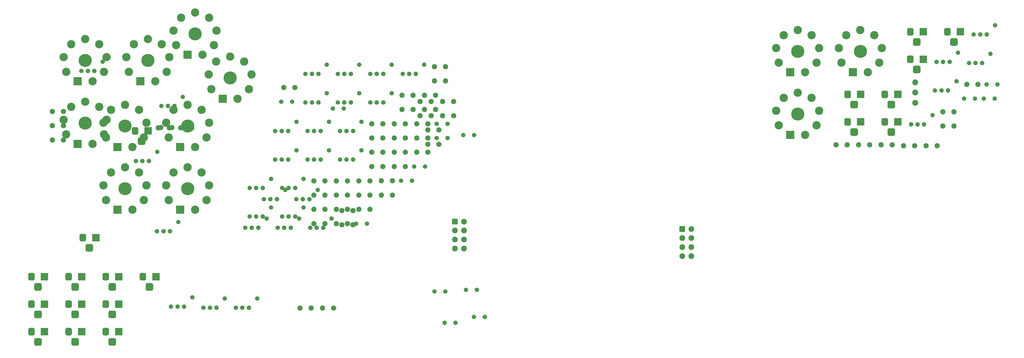
<source format=gbr>
%TF.GenerationSoftware,KiCad,Pcbnew,(5.1.6)-1*%
%TF.CreationDate,2020-08-01T01:01:07+01:00*%
%TF.ProjectId,SSEMD,5353454d-442e-46b6-9963-61645f706362,rev?*%
%TF.SameCoordinates,Original*%
%TF.FileFunction,Copper,L2,Bot*%
%TF.FilePolarity,Positive*%
%FSLAX46Y46*%
G04 Gerber Fmt 4.6, Leading zero omitted, Abs format (unit mm)*
G04 Created by KiCad (PCBNEW (5.1.6)-1) date 2020-08-01 01:01:07*
%MOMM*%
%LPD*%
G01*
G04 APERTURE LIST*
%TA.AperFunction,ComponentPad*%
%ADD10C,2.640000*%
%TD*%
%TA.AperFunction,ComponentPad*%
%ADD11C,3.810000*%
%TD*%
%TA.AperFunction,ComponentPad*%
%ADD12C,6.000000*%
%TD*%
%TA.AperFunction,ComponentPad*%
%ADD13R,3.810000X3.810000*%
%TD*%
%TA.AperFunction,ComponentPad*%
%ADD14C,2.700000*%
%TD*%
%TA.AperFunction,ComponentPad*%
%ADD15O,2.400000X2.400000*%
%TD*%
%TA.AperFunction,ComponentPad*%
%ADD16C,2.400000*%
%TD*%
%TA.AperFunction,ComponentPad*%
%ADD17R,3.500000X3.500000*%
%TD*%
%TA.AperFunction,ComponentPad*%
%ADD18C,2.000000*%
%TD*%
%TA.AperFunction,ComponentPad*%
%ADD19C,2.030000*%
%TD*%
G04 APERTURE END LIST*
D10*
%TO.P,J-CTRLGATE-20,8*%
%TO.N,/CTRLGATE/GND*%
X24460000Y-360400000D03*
%TO.P,J-CTRLGATE-20,7*%
%TO.N,N/C*%
X24460000Y-356260000D03*
%TO.P,J-CTRLGATE-20,6*%
%TO.N,/CTRLGATE/+50V*%
X24460000Y-352120000D03*
%TO.P,J-CTRLGATE-20,5*%
%TO.N,/CTRLGATE/-150V*%
X24460000Y-347980000D03*
%TO.P,J-CTRLGATE-20,4*%
%TO.N,/CTRLGATE/+300V*%
X20320000Y-360400000D03*
%TO.P,J-CTRLGATE-20,3*%
%TO.N,/CTRLGATE/+200V*%
X20320000Y-356260000D03*
%TO.P,J-CTRLGATE-20,2*%
%TO.N,/CTRLGATE/Heater-6.3V*%
X20320000Y-352120000D03*
%TO.P,J-CTRLGATE-20,1*%
%TO.N,/CTRLGATE/Heater-GND*%
%TA.AperFunction,ComponentPad*%
G36*
G01*
X19000000Y-349050000D02*
X19000000Y-346910000D01*
G75*
G02*
X19250000Y-346660000I250000J0D01*
G01*
X21390000Y-346660000D01*
G75*
G02*
X21640000Y-346910000I0J-250000D01*
G01*
X21640000Y-349050000D01*
G75*
G02*
X21390000Y-349300000I-250000J0D01*
G01*
X19250000Y-349300000D01*
G75*
G02*
X19000000Y-349050000I0J250000D01*
G01*
G37*
%TD.AperFunction*%
%TD*%
%TO.P,J-ADDER1-20,8*%
%TO.N,Earth*%
X-79934000Y-356971000D03*
%TO.P,J-ADDER1-20,7*%
%TO.N,N/C*%
X-79934000Y-352831000D03*
%TO.P,J-ADDER1-20,6*%
%TO.N,+50V*%
X-79934000Y-348691000D03*
%TO.P,J-ADDER1-20,5*%
%TO.N,-150V*%
X-79934000Y-344551000D03*
%TO.P,J-ADDER1-20,4*%
%TO.N,+300V*%
X-84074000Y-356971000D03*
%TO.P,J-ADDER1-20,3*%
%TO.N,+200V*%
X-84074000Y-352831000D03*
%TO.P,J-ADDER1-20,2*%
%TO.N,Heater-6.3V*%
X-84074000Y-348691000D03*
%TO.P,J-ADDER1-20,1*%
%TO.N,Heater-GND*%
%TA.AperFunction,ComponentPad*%
G36*
G01*
X-85394000Y-345621000D02*
X-85394000Y-343481000D01*
G75*
G02*
X-85144000Y-343231000I250000J0D01*
G01*
X-83004000Y-343231000D01*
G75*
G02*
X-82754000Y-343481000I0J-250000D01*
G01*
X-82754000Y-345621000D01*
G75*
G02*
X-83004000Y-345871000I-250000J0D01*
G01*
X-85144000Y-345871000D01*
G75*
G02*
X-85394000Y-345621000I0J250000D01*
G01*
G37*
%TD.AperFunction*%
%TD*%
D11*
%TO.P,V-CTRLGATE-2,8*%
%TO.N,N/C*%
X81968770Y-271560116D03*
%TO.P,V-CTRLGATE-2,7*%
X83156594Y-264823634D03*
%TO.P,V-CTRLGATE-2,6*%
X79736392Y-258899672D03*
%TO.P,V-CTRLGATE-2,5*%
X73308516Y-256560116D03*
%TO.P,V-CTRLGATE-2,4*%
X66880640Y-258899672D03*
%TO.P,V-CTRLGATE-2,3*%
X63460438Y-264823634D03*
%TO.P,V-CTRLGATE-2,2*%
X64648262Y-271560116D03*
%TO.P,V-CTRLGATE-2,9*%
%TO.N,/CTRLGATE/Heater-6.3V*%
X76728717Y-275957042D03*
D12*
%TO.P,V-CTRLGATE-2,*%
%TO.N,*%
X73333916Y-266356916D03*
D13*
%TO.P,V-CTRLGATE-2,1*%
%TO.N,/CTRLGATE/Heater-GND*%
X69888315Y-275957042D03*
%TD*%
D11*
%TO.P,V-CTRLGATE-1,8*%
%TO.N,N/C*%
X81968770Y-300330116D03*
%TO.P,V-CTRLGATE-1,7*%
%TO.N,Net-(R-CTRLGATE-4-Pad1)*%
X83156594Y-293593634D03*
%TO.P,V-CTRLGATE-1,6*%
%TO.N,/CTRLGATE/GND*%
X79736392Y-287669672D03*
%TO.P,V-CTRLGATE-1,5*%
%TO.N,N/C*%
X73308516Y-285330116D03*
%TO.P,V-CTRLGATE-1,4*%
%TO.N,Net-(R-CTRLGATE-3-Pad1)*%
X66880640Y-287669672D03*
%TO.P,V-CTRLGATE-1,3*%
%TO.N,Net-(C-CTRLGATE-1-Pad1)*%
X63460438Y-293593634D03*
%TO.P,V-CTRLGATE-1,2*%
%TO.N,Net-(C-CTRLGATE-3-Pad1)*%
X64648262Y-300330116D03*
%TO.P,V-CTRLGATE-1,9*%
%TO.N,/CTRLGATE/Heater-6.3V*%
X76728717Y-304727042D03*
D12*
%TO.P,V-CTRLGATE-1,*%
%TO.N,*%
X73333916Y-295126916D03*
D13*
%TO.P,V-CTRLGATE-1,1*%
%TO.N,/CTRLGATE/Heater-GND*%
X69888315Y-304727042D03*
%TD*%
D11*
%TO.P,V1,8*%
%TO.N,N/C*%
X110738770Y-271560116D03*
%TO.P,V1,7*%
%TO.N,Net-(R-CTRLGATE-7-Pad1)*%
X111926594Y-264823634D03*
%TO.P,V1,6*%
%TO.N,Net-(J-CTRLGATE-5-Pad1)*%
X108506392Y-258899672D03*
%TO.P,V1,5*%
%TO.N,N/C*%
X102078516Y-256560116D03*
%TO.P,V1,4*%
%TO.N,/CTRLGATE/+200V*%
X95650640Y-258899672D03*
%TO.P,V1,3*%
X92230438Y-264823634D03*
%TO.P,V1,2*%
X93418262Y-271560116D03*
%TO.P,V1,9*%
%TO.N,N/C*%
X105498717Y-275957042D03*
D12*
%TO.P,V1,*%
%TO.N,*%
X102103916Y-266356916D03*
D13*
%TO.P,V1,1*%
%TO.N,N/C*%
X98658315Y-275957042D03*
%TD*%
D14*
%TO.P,SW-CTRLGATE-1,3*%
%TO.N,Net-(J-CTRLGATE-7-Pad1)*%
X127318000Y-280581000D03*
%TO.P,SW-CTRLGATE-1,2*%
%TO.N,Net-(J-CTRLGATE-2-Pad1)*%
X127318000Y-285281000D03*
%TO.P,SW-CTRLGATE-1,1*%
%TO.N,Net-(J-CTRLGATE-6-Pad1)*%
X127318000Y-289981000D03*
%TD*%
D15*
%TO.P,R-CTRLGATE-8,2*%
%TO.N,Net-(J-CTRLGATE-5-Pad1)*%
X106403000Y-309276000D03*
D16*
%TO.P,R-CTRLGATE-8,1*%
%TO.N,/CTRLGATE/-150V*%
X101323000Y-309276000D03*
%TD*%
D15*
%TO.P,R-CTRLGATE-7,2*%
%TO.N,Net-(C-CTRLGATE-2-Pad1)*%
X116733000Y-309276000D03*
D16*
%TO.P,R-CTRLGATE-7,1*%
%TO.N,Net-(R-CTRLGATE-7-Pad1)*%
X111653000Y-309276000D03*
%TD*%
D15*
%TO.P,R-CTRLGATE-6,2*%
%TO.N,Net-(D-CTRLGATE-6-Pad4)*%
X127063000Y-309726000D03*
D16*
%TO.P,R-CTRLGATE-6,1*%
%TO.N,Net-(J-CTRLGATE-4-Pad1)*%
X121983000Y-309726000D03*
%TD*%
D15*
%TO.P,R-CTRLGATE-5,2*%
%TO.N,/CTRLGATE/+300V*%
X96073000Y-309276000D03*
D16*
%TO.P,R-CTRLGATE-5,1*%
%TO.N,Net-(C-CTRLGATE-3-Pad1)*%
X90993000Y-309276000D03*
%TD*%
D15*
%TO.P,R-CTRLGATE-4,2*%
%TO.N,Net-(D-CTRLGATE-1-Pad4)*%
X145063000Y-300666000D03*
D16*
%TO.P,R-CTRLGATE-4,1*%
%TO.N,Net-(R-CTRLGATE-4-Pad1)*%
X139983000Y-300666000D03*
%TD*%
D15*
%TO.P,R-CTRLGATE-3,2*%
%TO.N,Net-(J-CTRLGATE-1-Pad1)*%
X137393000Y-309726000D03*
D16*
%TO.P,R-CTRLGATE-3,1*%
%TO.N,Net-(R-CTRLGATE-3-Pad1)*%
X132313000Y-309726000D03*
%TD*%
D15*
%TO.P,R-CTRLGATE-2,2*%
%TO.N,Net-(J-CTRLGATE-2-Pad1)*%
X145063000Y-294116000D03*
D16*
%TO.P,R-CTRLGATE-2,1*%
%TO.N,Net-(D-CTRLGATE-1-Pad4)*%
X139983000Y-294116000D03*
%TD*%
D15*
%TO.P,R-CTRLGATE-1,2*%
%TO.N,Net-(C-CTRLGATE-1-Pad1)*%
X156063000Y-281486000D03*
D16*
%TO.P,R-CTRLGATE-1,1*%
%TO.N,/CTRLGATE/+300V*%
X150983000Y-281486000D03*
%TD*%
%TO.P,J-CTRLGATE-7,3*%
%TO.N,N/C*%
%TA.AperFunction,ComponentPad*%
G36*
G01*
X114543000Y-304306000D02*
X114543000Y-302556000D01*
G75*
G02*
X115418000Y-301681000I875000J0D01*
G01*
X117168000Y-301681000D01*
G75*
G02*
X118043000Y-302556000I0J-875000D01*
G01*
X118043000Y-304306000D01*
G75*
G02*
X117168000Y-305181000I-875000J0D01*
G01*
X115418000Y-305181000D01*
G75*
G02*
X114543000Y-304306000I0J875000D01*
G01*
G37*
%TD.AperFunction*%
%TO.P,J-CTRLGATE-7,2*%
%TO.N,/CTRLGATE/GND*%
%TA.AperFunction,ComponentPad*%
G36*
G01*
X111793000Y-299731000D02*
X111793000Y-297731000D01*
G75*
G02*
X112543000Y-296981000I750000J0D01*
G01*
X114043000Y-296981000D01*
G75*
G02*
X114793000Y-297731000I0J-750000D01*
G01*
X114793000Y-299731000D01*
G75*
G02*
X114043000Y-300481000I-750000J0D01*
G01*
X112543000Y-300481000D01*
G75*
G02*
X111793000Y-299731000I0J750000D01*
G01*
G37*
%TD.AperFunction*%
D17*
%TO.P,J-CTRLGATE-7,1*%
%TO.N,Net-(J-CTRLGATE-7-Pad1)*%
X119293000Y-298731000D03*
%TD*%
%TO.P,J-CTRLGATE-6,3*%
%TO.N,N/C*%
%TA.AperFunction,ComponentPad*%
G36*
G01*
X114543000Y-291676000D02*
X114543000Y-289926000D01*
G75*
G02*
X115418000Y-289051000I875000J0D01*
G01*
X117168000Y-289051000D01*
G75*
G02*
X118043000Y-289926000I0J-875000D01*
G01*
X118043000Y-291676000D01*
G75*
G02*
X117168000Y-292551000I-875000J0D01*
G01*
X115418000Y-292551000D01*
G75*
G02*
X114543000Y-291676000I0J875000D01*
G01*
G37*
%TD.AperFunction*%
%TO.P,J-CTRLGATE-6,2*%
%TO.N,/CTRLGATE/GND*%
%TA.AperFunction,ComponentPad*%
G36*
G01*
X111793000Y-287101000D02*
X111793000Y-285101000D01*
G75*
G02*
X112543000Y-284351000I750000J0D01*
G01*
X114043000Y-284351000D01*
G75*
G02*
X114793000Y-285101000I0J-750000D01*
G01*
X114793000Y-287101000D01*
G75*
G02*
X114043000Y-287851000I-750000J0D01*
G01*
X112543000Y-287851000D01*
G75*
G02*
X111793000Y-287101000I0J750000D01*
G01*
G37*
%TD.AperFunction*%
%TO.P,J-CTRLGATE-6,1*%
%TO.N,Net-(J-CTRLGATE-6-Pad1)*%
X119293000Y-286101000D03*
%TD*%
%TO.P,J-CTRLGATE-5,3*%
%TO.N,N/C*%
%TA.AperFunction,ComponentPad*%
G36*
G01*
X97493000Y-304306000D02*
X97493000Y-302556000D01*
G75*
G02*
X98368000Y-301681000I875000J0D01*
G01*
X100118000Y-301681000D01*
G75*
G02*
X100993000Y-302556000I0J-875000D01*
G01*
X100993000Y-304306000D01*
G75*
G02*
X100118000Y-305181000I-875000J0D01*
G01*
X98368000Y-305181000D01*
G75*
G02*
X97493000Y-304306000I0J875000D01*
G01*
G37*
%TD.AperFunction*%
%TO.P,J-CTRLGATE-5,2*%
%TO.N,/CTRLGATE/GND*%
%TA.AperFunction,ComponentPad*%
G36*
G01*
X94743000Y-299731000D02*
X94743000Y-297731000D01*
G75*
G02*
X95493000Y-296981000I750000J0D01*
G01*
X96993000Y-296981000D01*
G75*
G02*
X97743000Y-297731000I0J-750000D01*
G01*
X97743000Y-299731000D01*
G75*
G02*
X96993000Y-300481000I-750000J0D01*
G01*
X95493000Y-300481000D01*
G75*
G02*
X94743000Y-299731000I0J750000D01*
G01*
G37*
%TD.AperFunction*%
%TO.P,J-CTRLGATE-5,1*%
%TO.N,Net-(J-CTRLGATE-5-Pad1)*%
X102243000Y-298731000D03*
%TD*%
%TO.P,J-CTRLGATE-4,3*%
%TO.N,N/C*%
%TA.AperFunction,ComponentPad*%
G36*
G01*
X126263000Y-262906000D02*
X126263000Y-261156000D01*
G75*
G02*
X127138000Y-260281000I875000J0D01*
G01*
X128888000Y-260281000D01*
G75*
G02*
X129763000Y-261156000I0J-875000D01*
G01*
X129763000Y-262906000D01*
G75*
G02*
X128888000Y-263781000I-875000J0D01*
G01*
X127138000Y-263781000D01*
G75*
G02*
X126263000Y-262906000I0J875000D01*
G01*
G37*
%TD.AperFunction*%
%TO.P,J-CTRLGATE-4,2*%
%TO.N,/CTRLGATE/GND*%
%TA.AperFunction,ComponentPad*%
G36*
G01*
X123513000Y-258331000D02*
X123513000Y-256331000D01*
G75*
G02*
X124263000Y-255581000I750000J0D01*
G01*
X125763000Y-255581000D01*
G75*
G02*
X126513000Y-256331000I0J-750000D01*
G01*
X126513000Y-258331000D01*
G75*
G02*
X125763000Y-259081000I-750000J0D01*
G01*
X124263000Y-259081000D01*
G75*
G02*
X123513000Y-258331000I0J750000D01*
G01*
G37*
%TD.AperFunction*%
%TO.P,J-CTRLGATE-4,1*%
%TO.N,Net-(J-CTRLGATE-4-Pad1)*%
X131013000Y-257331000D03*
%TD*%
%TO.P,J-CTRLGATE-3,3*%
%TO.N,N/C*%
%TA.AperFunction,ComponentPad*%
G36*
G01*
X126263000Y-275536000D02*
X126263000Y-273786000D01*
G75*
G02*
X127138000Y-272911000I875000J0D01*
G01*
X128888000Y-272911000D01*
G75*
G02*
X129763000Y-273786000I0J-875000D01*
G01*
X129763000Y-275536000D01*
G75*
G02*
X128888000Y-276411000I-875000J0D01*
G01*
X127138000Y-276411000D01*
G75*
G02*
X126263000Y-275536000I0J875000D01*
G01*
G37*
%TD.AperFunction*%
%TO.P,J-CTRLGATE-3,2*%
%TO.N,/CTRLGATE/GND*%
%TA.AperFunction,ComponentPad*%
G36*
G01*
X123513000Y-270961000D02*
X123513000Y-268961000D01*
G75*
G02*
X124263000Y-268211000I750000J0D01*
G01*
X125763000Y-268211000D01*
G75*
G02*
X126513000Y-268961000I0J-750000D01*
G01*
X126513000Y-270961000D01*
G75*
G02*
X125763000Y-271711000I-750000J0D01*
G01*
X124263000Y-271711000D01*
G75*
G02*
X123513000Y-270961000I0J750000D01*
G01*
G37*
%TD.AperFunction*%
%TO.P,J-CTRLGATE-3,1*%
%TO.N,Net-(D-CTRLGATE-1-Pad2)*%
X131013000Y-269961000D03*
%TD*%
%TO.P,J-CTRLGATE-2,3*%
%TO.N,N/C*%
%TA.AperFunction,ComponentPad*%
G36*
G01*
X97493000Y-291676000D02*
X97493000Y-289926000D01*
G75*
G02*
X98368000Y-289051000I875000J0D01*
G01*
X100118000Y-289051000D01*
G75*
G02*
X100993000Y-289926000I0J-875000D01*
G01*
X100993000Y-291676000D01*
G75*
G02*
X100118000Y-292551000I-875000J0D01*
G01*
X98368000Y-292551000D01*
G75*
G02*
X97493000Y-291676000I0J875000D01*
G01*
G37*
%TD.AperFunction*%
%TO.P,J-CTRLGATE-2,2*%
%TO.N,/CTRLGATE/GND*%
%TA.AperFunction,ComponentPad*%
G36*
G01*
X94743000Y-287101000D02*
X94743000Y-285101000D01*
G75*
G02*
X95493000Y-284351000I750000J0D01*
G01*
X96993000Y-284351000D01*
G75*
G02*
X97743000Y-285101000I0J-750000D01*
G01*
X97743000Y-287101000D01*
G75*
G02*
X96993000Y-287851000I-750000J0D01*
G01*
X95493000Y-287851000D01*
G75*
G02*
X94743000Y-287101000I0J750000D01*
G01*
G37*
%TD.AperFunction*%
%TO.P,J-CTRLGATE-2,1*%
%TO.N,Net-(J-CTRLGATE-2-Pad1)*%
X102243000Y-286101000D03*
%TD*%
%TO.P,J-CTRLGATE-1,3*%
%TO.N,N/C*%
%TA.AperFunction,ComponentPad*%
G36*
G01*
X143313000Y-262906000D02*
X143313000Y-261156000D01*
G75*
G02*
X144188000Y-260281000I875000J0D01*
G01*
X145938000Y-260281000D01*
G75*
G02*
X146813000Y-261156000I0J-875000D01*
G01*
X146813000Y-262906000D01*
G75*
G02*
X145938000Y-263781000I-875000J0D01*
G01*
X144188000Y-263781000D01*
G75*
G02*
X143313000Y-262906000I0J875000D01*
G01*
G37*
%TD.AperFunction*%
%TO.P,J-CTRLGATE-1,2*%
%TO.N,/CTRLGATE/GND*%
%TA.AperFunction,ComponentPad*%
G36*
G01*
X140563000Y-258331000D02*
X140563000Y-256331000D01*
G75*
G02*
X141313000Y-255581000I750000J0D01*
G01*
X142813000Y-255581000D01*
G75*
G02*
X143563000Y-256331000I0J-750000D01*
G01*
X143563000Y-258331000D01*
G75*
G02*
X142813000Y-259081000I-750000J0D01*
G01*
X141313000Y-259081000D01*
G75*
G02*
X140563000Y-258331000I0J750000D01*
G01*
G37*
%TD.AperFunction*%
%TO.P,J-CTRLGATE-1,1*%
%TO.N,Net-(J-CTRLGATE-1-Pad1)*%
X148063000Y-257331000D03*
%TD*%
%TO.P,J-ADDER1-12,3*%
%TO.N,N/C*%
%TA.AperFunction,ComponentPad*%
G36*
G01*
X-243125000Y-400701000D02*
X-243125000Y-398951000D01*
G75*
G02*
X-242250000Y-398076000I875000J0D01*
G01*
X-240500000Y-398076000D01*
G75*
G02*
X-239625000Y-398951000I0J-875000D01*
G01*
X-239625000Y-400701000D01*
G75*
G02*
X-240500000Y-401576000I-875000J0D01*
G01*
X-242250000Y-401576000D01*
G75*
G02*
X-243125000Y-400701000I0J875000D01*
G01*
G37*
%TD.AperFunction*%
%TO.P,J-ADDER1-12,2*%
%TO.N,Earth*%
%TA.AperFunction,ComponentPad*%
G36*
G01*
X-245875000Y-396126000D02*
X-245875000Y-394126000D01*
G75*
G02*
X-245125000Y-393376000I750000J0D01*
G01*
X-243625000Y-393376000D01*
G75*
G02*
X-242875000Y-394126000I0J-750000D01*
G01*
X-242875000Y-396126000D01*
G75*
G02*
X-243625000Y-396876000I-750000J0D01*
G01*
X-245125000Y-396876000D01*
G75*
G02*
X-245875000Y-396126000I0J750000D01*
G01*
G37*
%TD.AperFunction*%
%TO.P,J-ADDER1-12,1*%
%TO.N,Net-(D-ADDER1-24-Pad4)*%
X-238375000Y-395126000D03*
%TD*%
%TO.P,J-ADDER1-11,3*%
%TO.N,N/C*%
%TA.AperFunction,ComponentPad*%
G36*
G01*
X-277225000Y-388071000D02*
X-277225000Y-386321000D01*
G75*
G02*
X-276350000Y-385446000I875000J0D01*
G01*
X-274600000Y-385446000D01*
G75*
G02*
X-273725000Y-386321000I0J-875000D01*
G01*
X-273725000Y-388071000D01*
G75*
G02*
X-274600000Y-388946000I-875000J0D01*
G01*
X-276350000Y-388946000D01*
G75*
G02*
X-277225000Y-388071000I0J875000D01*
G01*
G37*
%TD.AperFunction*%
%TO.P,J-ADDER1-11,2*%
%TO.N,Earth*%
%TA.AperFunction,ComponentPad*%
G36*
G01*
X-279975000Y-383496000D02*
X-279975000Y-381496000D01*
G75*
G02*
X-279225000Y-380746000I750000J0D01*
G01*
X-277725000Y-380746000D01*
G75*
G02*
X-276975000Y-381496000I0J-750000D01*
G01*
X-276975000Y-383496000D01*
G75*
G02*
X-277725000Y-384246000I-750000J0D01*
G01*
X-279225000Y-384246000D01*
G75*
G02*
X-279975000Y-383496000I0J750000D01*
G01*
G37*
%TD.AperFunction*%
%TO.P,J-ADDER1-11,1*%
%TO.N,Net-(D-ADDER1-27-Pad4)*%
X-272475000Y-382496000D03*
%TD*%
%TO.P,J-ADDER1-10,3*%
%TO.N,N/C*%
%TA.AperFunction,ComponentPad*%
G36*
G01*
X-260175000Y-375441000D02*
X-260175000Y-373691000D01*
G75*
G02*
X-259300000Y-372816000I875000J0D01*
G01*
X-257550000Y-372816000D01*
G75*
G02*
X-256675000Y-373691000I0J-875000D01*
G01*
X-256675000Y-375441000D01*
G75*
G02*
X-257550000Y-376316000I-875000J0D01*
G01*
X-259300000Y-376316000D01*
G75*
G02*
X-260175000Y-375441000I0J875000D01*
G01*
G37*
%TD.AperFunction*%
%TO.P,J-ADDER1-10,2*%
%TO.N,Earth*%
%TA.AperFunction,ComponentPad*%
G36*
G01*
X-262925000Y-370866000D02*
X-262925000Y-368866000D01*
G75*
G02*
X-262175000Y-368116000I750000J0D01*
G01*
X-260675000Y-368116000D01*
G75*
G02*
X-259925000Y-368866000I0J-750000D01*
G01*
X-259925000Y-370866000D01*
G75*
G02*
X-260675000Y-371616000I-750000J0D01*
G01*
X-262175000Y-371616000D01*
G75*
G02*
X-262925000Y-370866000I0J750000D01*
G01*
G37*
%TD.AperFunction*%
%TO.P,J-ADDER1-10,1*%
%TO.N,Net-(J-ADDER1-10-Pad1)*%
X-255425000Y-369866000D03*
%TD*%
%TO.P,J-ADDER1-9,3*%
%TO.N,N/C*%
%TA.AperFunction,ComponentPad*%
G36*
G01*
X-277225000Y-400701000D02*
X-277225000Y-398951000D01*
G75*
G02*
X-276350000Y-398076000I875000J0D01*
G01*
X-274600000Y-398076000D01*
G75*
G02*
X-273725000Y-398951000I0J-875000D01*
G01*
X-273725000Y-400701000D01*
G75*
G02*
X-274600000Y-401576000I-875000J0D01*
G01*
X-276350000Y-401576000D01*
G75*
G02*
X-277225000Y-400701000I0J875000D01*
G01*
G37*
%TD.AperFunction*%
%TO.P,J-ADDER1-9,2*%
%TO.N,Earth*%
%TA.AperFunction,ComponentPad*%
G36*
G01*
X-279975000Y-396126000D02*
X-279975000Y-394126000D01*
G75*
G02*
X-279225000Y-393376000I750000J0D01*
G01*
X-277725000Y-393376000D01*
G75*
G02*
X-276975000Y-394126000I0J-750000D01*
G01*
X-276975000Y-396126000D01*
G75*
G02*
X-277725000Y-396876000I-750000J0D01*
G01*
X-279225000Y-396876000D01*
G75*
G02*
X-279975000Y-396126000I0J750000D01*
G01*
G37*
%TD.AperFunction*%
%TO.P,J-ADDER1-9,1*%
%TO.N,Net-(D-ADDER1-15-Pad4)*%
X-272475000Y-395126000D03*
%TD*%
%TO.P,J-ADDER1-8,3*%
%TO.N,N/C*%
%TA.AperFunction,ComponentPad*%
G36*
G01*
X-260175000Y-388071000D02*
X-260175000Y-386321000D01*
G75*
G02*
X-259300000Y-385446000I875000J0D01*
G01*
X-257550000Y-385446000D01*
G75*
G02*
X-256675000Y-386321000I0J-875000D01*
G01*
X-256675000Y-388071000D01*
G75*
G02*
X-257550000Y-388946000I-875000J0D01*
G01*
X-259300000Y-388946000D01*
G75*
G02*
X-260175000Y-388071000I0J875000D01*
G01*
G37*
%TD.AperFunction*%
%TO.P,J-ADDER1-8,2*%
%TO.N,Earth*%
%TA.AperFunction,ComponentPad*%
G36*
G01*
X-262925000Y-383496000D02*
X-262925000Y-381496000D01*
G75*
G02*
X-262175000Y-380746000I750000J0D01*
G01*
X-260675000Y-380746000D01*
G75*
G02*
X-259925000Y-381496000I0J-750000D01*
G01*
X-259925000Y-383496000D01*
G75*
G02*
X-260675000Y-384246000I-750000J0D01*
G01*
X-262175000Y-384246000D01*
G75*
G02*
X-262925000Y-383496000I0J750000D01*
G01*
G37*
%TD.AperFunction*%
%TO.P,J-ADDER1-8,1*%
%TO.N,Net-(D-ADDER1-16-Pad4)*%
X-255425000Y-382496000D03*
%TD*%
%TO.P,J-ADDER1-7,3*%
%TO.N,N/C*%
%TA.AperFunction,ComponentPad*%
G36*
G01*
X-243125000Y-375441000D02*
X-243125000Y-373691000D01*
G75*
G02*
X-242250000Y-372816000I875000J0D01*
G01*
X-240500000Y-372816000D01*
G75*
G02*
X-239625000Y-373691000I0J-875000D01*
G01*
X-239625000Y-375441000D01*
G75*
G02*
X-240500000Y-376316000I-875000J0D01*
G01*
X-242250000Y-376316000D01*
G75*
G02*
X-243125000Y-375441000I0J875000D01*
G01*
G37*
%TD.AperFunction*%
%TO.P,J-ADDER1-7,2*%
%TO.N,Earth*%
%TA.AperFunction,ComponentPad*%
G36*
G01*
X-245875000Y-370866000D02*
X-245875000Y-368866000D01*
G75*
G02*
X-245125000Y-368116000I750000J0D01*
G01*
X-243625000Y-368116000D01*
G75*
G02*
X-242875000Y-368866000I0J-750000D01*
G01*
X-242875000Y-370866000D01*
G75*
G02*
X-243625000Y-371616000I-750000J0D01*
G01*
X-245125000Y-371616000D01*
G75*
G02*
X-245875000Y-370866000I0J750000D01*
G01*
G37*
%TD.AperFunction*%
%TO.P,J-ADDER1-7,1*%
%TO.N,Net-(D-ADDER1-16A1-Pad4)*%
X-238375000Y-369866000D03*
%TD*%
%TO.P,J-ADDER1-6,3*%
%TO.N,N/C*%
%TA.AperFunction,ComponentPad*%
G36*
G01*
X-260175000Y-400701000D02*
X-260175000Y-398951000D01*
G75*
G02*
X-259300000Y-398076000I875000J0D01*
G01*
X-257550000Y-398076000D01*
G75*
G02*
X-256675000Y-398951000I0J-875000D01*
G01*
X-256675000Y-400701000D01*
G75*
G02*
X-257550000Y-401576000I-875000J0D01*
G01*
X-259300000Y-401576000D01*
G75*
G02*
X-260175000Y-400701000I0J875000D01*
G01*
G37*
%TD.AperFunction*%
%TO.P,J-ADDER1-6,2*%
%TO.N,Earth*%
%TA.AperFunction,ComponentPad*%
G36*
G01*
X-262925000Y-396126000D02*
X-262925000Y-394126000D01*
G75*
G02*
X-262175000Y-393376000I750000J0D01*
G01*
X-260675000Y-393376000D01*
G75*
G02*
X-259925000Y-394126000I0J-750000D01*
G01*
X-259925000Y-396126000D01*
G75*
G02*
X-260675000Y-396876000I-750000J0D01*
G01*
X-262175000Y-396876000D01*
G75*
G02*
X-262925000Y-396126000I0J750000D01*
G01*
G37*
%TD.AperFunction*%
%TO.P,J-ADDER1-6,1*%
%TO.N,Net-(J-ADDER1-6-Pad1)*%
X-255425000Y-395126000D03*
%TD*%
%TO.P,J-ADDER1-5,3*%
%TO.N,N/C*%
%TA.AperFunction,ComponentPad*%
G36*
G01*
X-243125000Y-388071000D02*
X-243125000Y-386321000D01*
G75*
G02*
X-242250000Y-385446000I875000J0D01*
G01*
X-240500000Y-385446000D01*
G75*
G02*
X-239625000Y-386321000I0J-875000D01*
G01*
X-239625000Y-388071000D01*
G75*
G02*
X-240500000Y-388946000I-875000J0D01*
G01*
X-242250000Y-388946000D01*
G75*
G02*
X-243125000Y-388071000I0J875000D01*
G01*
G37*
%TD.AperFunction*%
%TO.P,J-ADDER1-5,2*%
%TO.N,Earth*%
%TA.AperFunction,ComponentPad*%
G36*
G01*
X-245875000Y-383496000D02*
X-245875000Y-381496000D01*
G75*
G02*
X-245125000Y-380746000I750000J0D01*
G01*
X-243625000Y-380746000D01*
G75*
G02*
X-242875000Y-381496000I0J-750000D01*
G01*
X-242875000Y-383496000D01*
G75*
G02*
X-243625000Y-384246000I-750000J0D01*
G01*
X-245125000Y-384246000D01*
G75*
G02*
X-245875000Y-383496000I0J750000D01*
G01*
G37*
%TD.AperFunction*%
%TO.P,J-ADDER1-5,1*%
%TO.N,Net-(D-ADDER1-25-Pad4)*%
X-238375000Y-382496000D03*
%TD*%
%TO.P,J-ADDER1-4,3*%
%TO.N,N/C*%
%TA.AperFunction,ComponentPad*%
G36*
G01*
X-226075000Y-375441000D02*
X-226075000Y-373691000D01*
G75*
G02*
X-225200000Y-372816000I875000J0D01*
G01*
X-223450000Y-372816000D01*
G75*
G02*
X-222575000Y-373691000I0J-875000D01*
G01*
X-222575000Y-375441000D01*
G75*
G02*
X-223450000Y-376316000I-875000J0D01*
G01*
X-225200000Y-376316000D01*
G75*
G02*
X-226075000Y-375441000I0J875000D01*
G01*
G37*
%TD.AperFunction*%
%TO.P,J-ADDER1-4,2*%
%TO.N,Earth*%
%TA.AperFunction,ComponentPad*%
G36*
G01*
X-228825000Y-370866000D02*
X-228825000Y-368866000D01*
G75*
G02*
X-228075000Y-368116000I750000J0D01*
G01*
X-226575000Y-368116000D01*
G75*
G02*
X-225825000Y-368866000I0J-750000D01*
G01*
X-225825000Y-370866000D01*
G75*
G02*
X-226575000Y-371616000I-750000J0D01*
G01*
X-228075000Y-371616000D01*
G75*
G02*
X-228825000Y-370866000I0J750000D01*
G01*
G37*
%TD.AperFunction*%
%TO.P,J-ADDER1-4,1*%
%TO.N,Net-(D-ADDER1-18-Pad4)*%
X-221325000Y-369866000D03*
%TD*%
%TO.P,J-ADDER1-3,3*%
%TO.N,N/C*%
%TA.AperFunction,ComponentPad*%
G36*
G01*
X-277225000Y-375441000D02*
X-277225000Y-373691000D01*
G75*
G02*
X-276350000Y-372816000I875000J0D01*
G01*
X-274600000Y-372816000D01*
G75*
G02*
X-273725000Y-373691000I0J-875000D01*
G01*
X-273725000Y-375441000D01*
G75*
G02*
X-274600000Y-376316000I-875000J0D01*
G01*
X-276350000Y-376316000D01*
G75*
G02*
X-277225000Y-375441000I0J875000D01*
G01*
G37*
%TD.AperFunction*%
%TO.P,J-ADDER1-3,2*%
%TO.N,Earth*%
%TA.AperFunction,ComponentPad*%
G36*
G01*
X-279975000Y-370866000D02*
X-279975000Y-368866000D01*
G75*
G02*
X-279225000Y-368116000I750000J0D01*
G01*
X-277725000Y-368116000D01*
G75*
G02*
X-276975000Y-368866000I0J-750000D01*
G01*
X-276975000Y-370866000D01*
G75*
G02*
X-277725000Y-371616000I-750000J0D01*
G01*
X-279225000Y-371616000D01*
G75*
G02*
X-279975000Y-370866000I0J750000D01*
G01*
G37*
%TD.AperFunction*%
%TO.P,J-ADDER1-3,1*%
%TO.N,Net-(D-ADDER1-10-Pad4)*%
X-272475000Y-369866000D03*
%TD*%
D18*
%TO.P,D-CTRLGATE-6,4*%
%TO.N,Net-(D-CTRLGATE-6-Pad4)*%
X146930600Y-266944600D03*
%TO.P,D-CTRLGATE-6,3*%
%TO.N,N/C*%
X137098000Y-271161000D03*
D19*
%TO.P,D-CTRLGATE-6,2*%
%TO.N,Net-(C-CTRLGATE-2-Pad1)*%
X140098000Y-271161000D03*
%TO.P,D-CTRLGATE-6,1*%
%TO.N,N/C*%
X143098000Y-271161000D03*
%TD*%
D18*
%TO.P,D-CTRLGATE-5,4*%
%TO.N,Net-(C-CTRLGATE-2-Pad1)*%
X163980600Y-254314600D03*
%TO.P,D-CTRLGATE-5,3*%
%TO.N,N/C*%
X154148000Y-258531000D03*
D19*
%TO.P,D-CTRLGATE-5,2*%
%TO.N,Net-(C-CTRLGATE-1-Pad2)*%
X157148000Y-258531000D03*
%TO.P,D-CTRLGATE-5,1*%
%TO.N,N/C*%
X160148000Y-258531000D03*
%TD*%
D18*
%TO.P,D-CTRLGATE-4,4*%
%TO.N,Net-(C-CTRLGATE-1-Pad2)*%
X135210600Y-295674600D03*
%TO.P,D-CTRLGATE-4,3*%
%TO.N,N/C*%
X125378000Y-299891000D03*
D19*
%TO.P,D-CTRLGATE-4,2*%
%TO.N,/CTRLGATE/GND*%
X128378000Y-299891000D03*
%TO.P,D-CTRLGATE-4,1*%
%TO.N,N/C*%
X131378000Y-299891000D03*
%TD*%
D18*
%TO.P,D-CTRLGATE-3,4*%
%TO.N,Net-(C-CTRLGATE-1-Pad1)*%
X146210600Y-280064600D03*
%TO.P,D-CTRLGATE-3,3*%
%TO.N,N/C*%
X136378000Y-284281000D03*
D19*
%TO.P,D-CTRLGATE-3,2*%
%TO.N,/CTRLGATE/+50V*%
X139378000Y-284281000D03*
%TO.P,D-CTRLGATE-3,1*%
%TO.N,N/C*%
X142378000Y-284281000D03*
%TD*%
D18*
%TO.P,D-CTRLGATE-1,4*%
%TO.N,Net-(D-CTRLGATE-1-Pad4)*%
X161820600Y-267434600D03*
%TO.P,D-CTRLGATE-1,3*%
%TO.N,/CTRLGATE/Heater-GND*%
X151988000Y-271651000D03*
D19*
%TO.P,D-CTRLGATE-1,2*%
%TO.N,Net-(D-CTRLGATE-1-Pad2)*%
X154988000Y-271651000D03*
%TO.P,D-CTRLGATE-1,1*%
%TO.N,/CTRLGATE/Heater-6.3V*%
X157988000Y-271651000D03*
%TD*%
D18*
%TO.P,C-CTRLGATE-3,2*%
%TO.N,/CTRLGATE/GND*%
X165063000Y-281486000D03*
%TO.P,C-CTRLGATE-3,1*%
%TO.N,Net-(C-CTRLGATE-3-Pad1)*%
X160063000Y-281486000D03*
%TD*%
%TO.P,C-CTRLGATE-2,2*%
%TO.N,/CTRLGATE/GND*%
X163783000Y-288036000D03*
%TO.P,C-CTRLGATE-2,1*%
%TO.N,Net-(C-CTRLGATE-2-Pad1)*%
X158783000Y-288036000D03*
%TD*%
%TO.P,C-CTRLGATE-1,2*%
%TO.N,Net-(C-CTRLGATE-1-Pad2)*%
X154733000Y-288036000D03*
%TO.P,C-CTRLGATE-1,1*%
%TO.N,Net-(C-CTRLGATE-1-Pad1)*%
X149733000Y-288036000D03*
%TD*%
%TO.P,C-ADDER1--A-8,2*%
%TO.N,Earth*%
X-70311000Y-388366000D03*
%TO.P,C-ADDER1--A-8,1*%
%TO.N,+300V*%
X-75311000Y-388366000D03*
%TD*%
%TO.P,C-ADDER1-11,2*%
%TO.N,-150V*%
X-73994000Y-375920000D03*
%TO.P,C-ADDER1-11,1*%
%TO.N,Earth*%
X-78994000Y-375920000D03*
%TD*%
%TO.P,C-ADDER1-10,2*%
%TO.N,Earth*%
X-83773000Y-391106000D03*
%TO.P,C-ADDER1-10,1*%
%TO.N,+50V*%
X-88773000Y-391106000D03*
%TD*%
%TO.P,C-ADDER1-9,2*%
%TO.N,Earth*%
X-88472000Y-376682000D03*
%TO.P,C-ADDER1-9,1*%
%TO.N,+200V*%
X-93472000Y-376682000D03*
%TD*%
D11*
%TO.P,V-ADDER1-9,8*%
%TO.N,N/C*%
X-216398230Y-275717116D03*
%TO.P,V-ADDER1-9,7*%
%TO.N,Net-(R-ADDER1-35-Pad1)*%
X-215210406Y-268980634D03*
%TO.P,V-ADDER1-9,6*%
%TO.N,Net-(J-ADDER1-10-Pad1)*%
X-218630608Y-263056672D03*
%TO.P,V-ADDER1-9,5*%
%TO.N,N/C*%
X-225058484Y-260717116D03*
%TO.P,V-ADDER1-9,4*%
%TO.N,+200V*%
X-231486360Y-263056672D03*
%TO.P,V-ADDER1-9,3*%
X-234906562Y-268980634D03*
%TO.P,V-ADDER1-9,2*%
X-233718738Y-275717116D03*
%TO.P,V-ADDER1-9,9*%
%TO.N,Heater-6.3V*%
X-221638283Y-280114042D03*
D12*
%TO.P,V-ADDER1-9,*%
%TO.N,*%
X-225033084Y-270513916D03*
D13*
%TO.P,V-ADDER1-9,1*%
%TO.N,Heater-GND*%
X-228478685Y-280114042D03*
%TD*%
D11*
%TO.P,V-ADDER1-8,8*%
%TO.N,N/C*%
X-245168230Y-304487116D03*
%TO.P,V-ADDER1-8,7*%
%TO.N,Net-(R-ADDER1-41-Pad2)*%
X-243980406Y-297750634D03*
%TO.P,V-ADDER1-8,6*%
%TO.N,Earth*%
X-247400608Y-291826672D03*
%TO.P,V-ADDER1-8,5*%
%TO.N,N/C*%
X-253828484Y-289487116D03*
%TO.P,V-ADDER1-8,4*%
%TO.N,Earth*%
X-260256360Y-291826672D03*
%TO.P,V-ADDER1-8,3*%
%TO.N,Net-(C-ADDER1-6-Pad1)*%
X-263676562Y-297750634D03*
%TO.P,V-ADDER1-8,2*%
%TO.N,Net-(C-ADDER1-8-Pad1)*%
X-262488738Y-304487116D03*
%TO.P,V-ADDER1-8,9*%
%TO.N,Heater-6.3V*%
X-250408283Y-308884042D03*
D12*
%TO.P,V-ADDER1-8,*%
%TO.N,*%
X-253803084Y-299283916D03*
D13*
%TO.P,V-ADDER1-8,1*%
%TO.N,Heater-GND*%
X-257248685Y-308884042D03*
%TD*%
D11*
%TO.P,V-ADDER1-7,8*%
%TO.N,N/C*%
X-198119230Y-334654116D03*
%TO.P,V-ADDER1-7,7*%
%TO.N,Net-(R-ADDER1-45-Pad1)*%
X-196931406Y-327917634D03*
%TO.P,V-ADDER1-7,6*%
%TO.N,Net-(D-ADDER1-18-Pad4)*%
X-200351608Y-321993672D03*
%TO.P,V-ADDER1-7,5*%
%TO.N,N/C*%
X-206779484Y-319654116D03*
%TO.P,V-ADDER1-7,4*%
%TO.N,+200V*%
X-213207360Y-321993672D03*
%TO.P,V-ADDER1-7,3*%
X-216627562Y-327917634D03*
%TO.P,V-ADDER1-7,2*%
X-215439738Y-334654116D03*
%TO.P,V-ADDER1-7,9*%
%TO.N,Heater-6.3V*%
X-203359283Y-339051042D03*
D12*
%TO.P,V-ADDER1-7,*%
%TO.N,*%
X-206754084Y-329450916D03*
D13*
%TO.P,V-ADDER1-7,1*%
%TO.N,Heater-GND*%
X-210199685Y-339051042D03*
%TD*%
D11*
%TO.P,V-ADDER1-6,8*%
%TO.N,N/C*%
X-245168230Y-275717116D03*
%TO.P,V-ADDER1-6,7*%
%TO.N,Net-(R-ADDER1-32-Pad1)*%
X-243980406Y-268980634D03*
%TO.P,V-ADDER1-6,6*%
%TO.N,Net-(D-ADDER1-27-Pad4)*%
X-247400608Y-263056672D03*
%TO.P,V-ADDER1-6,5*%
%TO.N,N/C*%
X-253828484Y-260717116D03*
%TO.P,V-ADDER1-6,4*%
%TO.N,Net-(V-ADDER1-6-Pad2)*%
X-260256360Y-263056672D03*
%TO.P,V-ADDER1-6,3*%
X-263676562Y-268980634D03*
%TO.P,V-ADDER1-6,2*%
X-262488738Y-275717116D03*
%TO.P,V-ADDER1-6,9*%
%TO.N,Heater-6.3V*%
X-250408283Y-280114042D03*
D12*
%TO.P,V-ADDER1-6,*%
%TO.N,*%
X-253803084Y-270513916D03*
D13*
%TO.P,V-ADDER1-6,1*%
%TO.N,Heater-GND*%
X-257248685Y-280114042D03*
%TD*%
D11*
%TO.P,V-ADDER1-5,8*%
%TO.N,N/C*%
X-198119230Y-305884116D03*
%TO.P,V-ADDER1-5,7*%
%TO.N,Net-(R-ADDER1-27-Pad1)*%
X-196931406Y-299147634D03*
%TO.P,V-ADDER1-5,6*%
%TO.N,Earth*%
X-200351608Y-293223672D03*
%TO.P,V-ADDER1-5,5*%
%TO.N,N/C*%
X-206779484Y-290884116D03*
%TO.P,V-ADDER1-5,4*%
%TO.N,Earth*%
X-213207360Y-293223672D03*
%TO.P,V-ADDER1-5,3*%
%TO.N,Net-(D-ADDER1-20-Pad4)*%
X-216627562Y-299147634D03*
%TO.P,V-ADDER1-5,2*%
%TO.N,Net-(C-ADDER1-3-Pad1)*%
X-215439738Y-305884116D03*
%TO.P,V-ADDER1-5,9*%
%TO.N,Heater-6.3V*%
X-203359283Y-310281042D03*
D12*
%TO.P,V-ADDER1-5,*%
%TO.N,*%
X-206754084Y-300680916D03*
D13*
%TO.P,V-ADDER1-5,1*%
%TO.N,Heater-GND*%
X-210199685Y-310281042D03*
%TD*%
D11*
%TO.P,V-ADDER1-4,8*%
%TO.N,N/C*%
X-226889230Y-334654116D03*
%TO.P,V-ADDER1-4,7*%
%TO.N,Net-(R-ADDER1-22-Pad1)*%
X-225701406Y-327917634D03*
%TO.P,V-ADDER1-4,6*%
%TO.N,Earth*%
X-229121608Y-321993672D03*
%TO.P,V-ADDER1-4,5*%
%TO.N,N/C*%
X-235549484Y-319654116D03*
%TO.P,V-ADDER1-4,4*%
%TO.N,Earth*%
X-241977360Y-321993672D03*
%TO.P,V-ADDER1-4,3*%
%TO.N,Net-(D-ADDER1-19-Pad4)*%
X-245397562Y-327917634D03*
%TO.P,V-ADDER1-4,2*%
%TO.N,Net-(C-ADDER1-2-Pad1)*%
X-244209738Y-334654116D03*
%TO.P,V-ADDER1-4,9*%
%TO.N,Heater-6.3V*%
X-232129283Y-339051042D03*
D12*
%TO.P,V-ADDER1-4,*%
%TO.N,*%
X-235524084Y-329450916D03*
D13*
%TO.P,V-ADDER1-4,1*%
%TO.N,Heater-GND*%
X-238969685Y-339051042D03*
%TD*%
D11*
%TO.P,V-ADDER1-3,8*%
%TO.N,N/C*%
X-194717546Y-263521200D03*
%TO.P,V-ADDER1-3,7*%
%TO.N,Net-(R-ADDER1-14-Pad1)*%
X-193529722Y-256784718D03*
%TO.P,V-ADDER1-3,6*%
%TO.N,Net-(C-ADDER1-4-Pad1)*%
X-196949924Y-250860756D03*
%TO.P,V-ADDER1-3,5*%
%TO.N,N/C*%
X-203377800Y-248521200D03*
%TO.P,V-ADDER1-3,4*%
%TO.N,+200V*%
X-209805676Y-250860756D03*
%TO.P,V-ADDER1-3,3*%
X-213225878Y-256784718D03*
%TO.P,V-ADDER1-3,2*%
X-212038054Y-263521200D03*
%TO.P,V-ADDER1-3,9*%
%TO.N,Heater-6.3V*%
X-199957599Y-267918126D03*
D12*
%TO.P,V-ADDER1-3,*%
%TO.N,*%
X-203352400Y-258318000D03*
D13*
%TO.P,V-ADDER1-3,1*%
%TO.N,Heater-GND*%
X-206798001Y-267918126D03*
%TD*%
D11*
%TO.P,V-ADDER1-2,8*%
%TO.N,N/C*%
X-226889230Y-305884116D03*
%TO.P,V-ADDER1-2,7*%
%TO.N,Net-(R-ADDER1-9-Pad1)*%
X-225701406Y-299147634D03*
%TO.P,V-ADDER1-2,6*%
%TO.N,Earth*%
X-229121608Y-293223672D03*
%TO.P,V-ADDER1-2,5*%
%TO.N,N/C*%
X-235549484Y-290884116D03*
%TO.P,V-ADDER1-2,4*%
%TO.N,Earth*%
X-241977360Y-293223672D03*
%TO.P,V-ADDER1-2,3*%
%TO.N,Net-(D-ADDER1-3-Pad4)*%
X-245397562Y-299147634D03*
%TO.P,V-ADDER1-2,2*%
%TO.N,Net-(C-ADDER1-1-Pad1)*%
X-244209738Y-305884116D03*
%TO.P,V-ADDER1-2,9*%
%TO.N,Heater-6.3V*%
X-232129283Y-310281042D03*
D12*
%TO.P,V-ADDER1-2,*%
%TO.N,*%
X-235524084Y-300680916D03*
D13*
%TO.P,V-ADDER1-2,1*%
%TO.N,Heater-GND*%
X-238969685Y-310281042D03*
%TD*%
D11*
%TO.P,V-ADDER1-1,8*%
%TO.N,N/C*%
X-178588546Y-283714200D03*
%TO.P,V-ADDER1-1,7*%
%TO.N,Net-(R-ADDER1-2-Pad1)*%
X-177400722Y-276977718D03*
%TO.P,V-ADDER1-1,6*%
%TO.N,Net-(D-ADDER1-4-Pad4)*%
X-180820924Y-271053756D03*
%TO.P,V-ADDER1-1,5*%
%TO.N,N/C*%
X-187248800Y-268714200D03*
%TO.P,V-ADDER1-1,4*%
%TO.N,+200V*%
X-193676676Y-271053756D03*
%TO.P,V-ADDER1-1,3*%
X-197096878Y-276977718D03*
%TO.P,V-ADDER1-1,2*%
X-195909054Y-283714200D03*
%TO.P,V-ADDER1-1,9*%
%TO.N,Heater-6.3V*%
X-183828599Y-288111126D03*
D12*
%TO.P,V-ADDER1-1,*%
%TO.N,*%
X-187223400Y-278511000D03*
D13*
%TO.P,V-ADDER1-1,1*%
%TO.N,Heater-GND*%
X-190669001Y-288111126D03*
%TD*%
D15*
%TO.P,R-ADDER1-34C1,2*%
%TO.N,-150V*%
X-106786000Y-319263000D03*
D16*
%TO.P,R-ADDER1-34C1,1*%
%TO.N,Net-(D-ADDER1-15-Pad2)*%
X-111866000Y-319263000D03*
%TD*%
D15*
%TO.P,R-ADDER1-34B1,2*%
%TO.N,-150V*%
X-133396000Y-345503000D03*
D16*
%TO.P,R-ADDER1-34B1,1*%
%TO.N,Net-(D-ADDER1-15-Pad2)*%
X-138476000Y-345503000D03*
%TD*%
D15*
%TO.P,R-ADDER1-46,2*%
%TO.N,-150V*%
X-263760000Y-307046000D03*
D16*
%TO.P,R-ADDER1-46,1*%
%TO.N,Net-(D-ADDER1-18-Pad4)*%
X-268840000Y-307046000D03*
%TD*%
D15*
%TO.P,R-ADDER1-45,2*%
%TO.N,Net-(C-ADDER1-7-Pad1)*%
X-96456000Y-299593000D03*
D16*
%TO.P,R-ADDER1-45,1*%
%TO.N,Net-(R-ADDER1-45-Pad1)*%
X-101536000Y-299593000D03*
%TD*%
D15*
%TO.P,R-ADDER1-44,2*%
%TO.N,Earth*%
X-123066000Y-332403000D03*
D16*
%TO.P,R-ADDER1-44,1*%
%TO.N,Net-(C-ADDER1-6-Pad2)*%
X-128146000Y-332403000D03*
%TD*%
D15*
%TO.P,R-ADDER1-43,2*%
%TO.N,Net-(C-ADDER1-6-Pad1)*%
X-133396000Y-338953000D03*
D16*
%TO.P,R-ADDER1-43,1*%
%TO.N,+300V*%
X-138476000Y-338953000D03*
%TD*%
D15*
%TO.P,R-ADDER1-42,2*%
%TO.N,Net-(C-ADDER1-8-Pad1)*%
X-106786000Y-312713000D03*
D16*
%TO.P,R-ADDER1-42,1*%
%TO.N,+300V*%
X-111866000Y-312713000D03*
%TD*%
D15*
%TO.P,R-ADDER1-41,2*%
%TO.N,Net-(R-ADDER1-41-Pad2)*%
X-263760000Y-293946000D03*
D16*
%TO.P,R-ADDER1-41,1*%
%TO.N,Net-(C-ADDER1-5-Pad1)*%
X-268840000Y-293946000D03*
%TD*%
D15*
%TO.P,R-ADDER1-40,2*%
%TO.N,Net-(D-ADDER1-28-Pad4)*%
X-96456000Y-306143000D03*
D16*
%TO.P,R-ADDER1-40,1*%
%TO.N,Net-(J-ADDER1-6-Pad1)*%
X-101536000Y-306143000D03*
%TD*%
D15*
%TO.P,R-ADDER1-38,2*%
%TO.N,Net-(C-ADDER1-4-Pad2)*%
X-84658000Y-295905000D03*
D16*
%TO.P,R-ADDER1-38,1*%
%TO.N,Earth*%
X-89738000Y-295905000D03*
%TD*%
D15*
%TO.P,R-ADDER1-37,2*%
%TO.N,Net-(C-ADDER1-4-Pad2)*%
X-157513000Y-282965000D03*
D16*
%TO.P,R-ADDER1-37,1*%
%TO.N,+200V*%
X-162593000Y-282965000D03*
%TD*%
D15*
%TO.P,R-ADDER1-36,2*%
%TO.N,-150V*%
X-96456000Y-312693000D03*
D16*
%TO.P,R-ADDER1-36,1*%
%TO.N,Net-(J-ADDER1-10-Pad1)*%
X-101536000Y-312693000D03*
%TD*%
D15*
%TO.P,R-ADDER1-35,2*%
%TO.N,Net-(D-ADDER1-15-Pad2)*%
X-123066000Y-338953000D03*
D16*
%TO.P,R-ADDER1-35,1*%
%TO.N,Net-(R-ADDER1-35-Pad1)*%
X-128146000Y-338953000D03*
%TD*%
D15*
%TO.P,R-ADDER1-34,2*%
%TO.N,-150V*%
X-112736000Y-332363000D03*
D16*
%TO.P,R-ADDER1-34,1*%
%TO.N,Net-(D-ADDER1-15-Pad2)*%
X-117816000Y-332363000D03*
%TD*%
D15*
%TO.P,R-ADDER1-33,2*%
%TO.N,-150V*%
X-91378000Y-309005000D03*
D16*
%TO.P,R-ADDER1-33,1*%
%TO.N,Net-(D-ADDER1-27-Pad4)*%
X-96458000Y-309005000D03*
%TD*%
D15*
%TO.P,R-ADDER1-32,2*%
%TO.N,Net-(D-ADDER1-24-Pad2)*%
X-214014000Y-301293000D03*
D16*
%TO.P,R-ADDER1-32,1*%
%TO.N,Net-(R-ADDER1-32-Pad1)*%
X-219094000Y-301293000D03*
%TD*%
D15*
%TO.P,R-ADDER1-31,2*%
%TO.N,-150V*%
X-106786000Y-299613000D03*
D16*
%TO.P,R-ADDER1-31,1*%
%TO.N,Net-(D-ADDER1-24-Pad2)*%
X-111866000Y-299613000D03*
%TD*%
D15*
%TO.P,R-ADDER1-30,2*%
%TO.N,Net-(D-ADDER1-24-Pad2)*%
X-84658000Y-289355000D03*
D16*
%TO.P,R-ADDER1-30,1*%
%TO.N,Net-(D-ADDER1-20-Pad4)*%
X-89738000Y-289355000D03*
%TD*%
D15*
%TO.P,R-ADDER1-29,2*%
%TO.N,Net-(C-ADDER1-3-Pad1)*%
X-94988000Y-295905000D03*
D16*
%TO.P,R-ADDER1-29,1*%
%TO.N,+300V*%
X-100068000Y-295905000D03*
%TD*%
D15*
%TO.P,R-ADDER1-28,2*%
%TO.N,Net-(D-ADDER1-20-Pad4)*%
X-139724000Y-384334000D03*
D16*
%TO.P,R-ADDER1-28,1*%
%TO.N,+300V*%
X-144804000Y-384334000D03*
%TD*%
D15*
%TO.P,R-ADDER1-27,2*%
%TO.N,Net-(R-ADDER1-25-Pad2)*%
X-92906000Y-293043000D03*
D16*
%TO.P,R-ADDER1-27,1*%
%TO.N,Net-(R-ADDER1-27-Pad1)*%
X-97986000Y-293043000D03*
%TD*%
D15*
%TO.P,R-ADDER1-26,2*%
%TO.N,-150V*%
X-106786000Y-306163000D03*
D16*
%TO.P,R-ADDER1-26,1*%
%TO.N,Net-(R-ADDER1-25-Pad2)*%
X-111866000Y-306163000D03*
%TD*%
D15*
%TO.P,R-ADDER1-25,2*%
%TO.N,Net-(R-ADDER1-25-Pad2)*%
X-117116000Y-319263000D03*
D16*
%TO.P,R-ADDER1-25,1*%
%TO.N,Net-(D-ADDER1-19-Pad4)*%
X-122196000Y-319263000D03*
%TD*%
D15*
%TO.P,R-ADDER1-24,2*%
%TO.N,Net-(C-ADDER1-2-Pad1)*%
X-143726000Y-345503000D03*
D16*
%TO.P,R-ADDER1-24,1*%
%TO.N,+300V*%
X-148806000Y-345503000D03*
%TD*%
D15*
%TO.P,R-ADDER1-23,2*%
%TO.N,Net-(D-ADDER1-19-Pad4)*%
X-123066000Y-325853000D03*
D16*
%TO.P,R-ADDER1-23,1*%
%TO.N,+300V*%
X-128146000Y-325853000D03*
%TD*%
D15*
%TO.P,R-ADDER1-22,2*%
%TO.N,Net-(D-ADDER1-11-Pad4)*%
X-133396000Y-332403000D03*
D16*
%TO.P,R-ADDER1-22,1*%
%TO.N,Net-(R-ADDER1-22-Pad1)*%
X-138476000Y-332403000D03*
%TD*%
D15*
%TO.P,R-ADDER1-21,2*%
%TO.N,Net-(D-ADDER1-11-Pad4)*%
X-143726000Y-338953000D03*
D16*
%TO.P,R-ADDER1-21,1*%
%TO.N,+50V*%
X-148806000Y-338953000D03*
%TD*%
D15*
%TO.P,R-ADDER1-20,2*%
%TO.N,-150V*%
X-117116000Y-312713000D03*
D16*
%TO.P,R-ADDER1-20,1*%
%TO.N,Net-(D-ADDER1-21-Pad2)*%
X-122196000Y-312713000D03*
%TD*%
D15*
%TO.P,R-ADDER1-19,2*%
%TO.N,-150V*%
X-88346000Y-273373000D03*
D16*
%TO.P,R-ADDER1-19,1*%
%TO.N,Net-(D-ADDER1-8-Pad2)*%
X-93426000Y-273373000D03*
%TD*%
D15*
%TO.P,R-ADDER1-18,2*%
%TO.N,-150V*%
X-117116000Y-306163000D03*
D16*
%TO.P,R-ADDER1-18,1*%
%TO.N,Net-(D-ADDER1-10-Pad2)*%
X-122196000Y-306163000D03*
%TD*%
D15*
%TO.P,R-ADDER1-17,2*%
%TO.N,Net-(R-ADDER1-16-Pad1)*%
X-112736000Y-325813000D03*
D16*
%TO.P,R-ADDER1-17,1*%
%TO.N,+200V*%
X-117816000Y-325813000D03*
%TD*%
D15*
%TO.P,R-ADDER1-16,2*%
%TO.N,Net-(D-ADDER1-12-Pad4)*%
X-103236000Y-293043000D03*
D16*
%TO.P,R-ADDER1-16,1*%
%TO.N,Net-(R-ADDER1-16-Pad1)*%
X-108316000Y-293043000D03*
%TD*%
D15*
%TO.P,R-ADDER1-15,2*%
%TO.N,-150V*%
X-92906000Y-286493000D03*
D16*
%TO.P,R-ADDER1-15,1*%
%TO.N,Net-(C-ADDER1-4-Pad1)*%
X-97986000Y-286493000D03*
%TD*%
D15*
%TO.P,R-ADDER1-14,2*%
%TO.N,Net-(R-ADDER1-12-Pad2)*%
X-88346000Y-279923000D03*
D16*
%TO.P,R-ADDER1-14,1*%
%TO.N,Net-(R-ADDER1-14-Pad1)*%
X-93426000Y-279923000D03*
%TD*%
D15*
%TO.P,R-ADDER1-13,2*%
%TO.N,-150V*%
X-150054000Y-384334000D03*
D16*
%TO.P,R-ADDER1-13,1*%
%TO.N,Net-(R-ADDER1-12-Pad2)*%
X-155134000Y-384334000D03*
%TD*%
D15*
%TO.P,R-ADDER1-12,2*%
%TO.N,Net-(R-ADDER1-12-Pad2)*%
X-204875000Y-301457000D03*
D16*
%TO.P,R-ADDER1-12,1*%
%TO.N,Net-(D-ADDER1-3-Pad4)*%
X-209955000Y-301457000D03*
%TD*%
D15*
%TO.P,R-ADDER1-11,2*%
%TO.N,Net-(C-ADDER1-1-Pad1)*%
X-130845000Y-346070000D03*
D16*
%TO.P,R-ADDER1-11,1*%
%TO.N,+300V*%
X-135925000Y-346070000D03*
%TD*%
D15*
%TO.P,R-ADDER1-10,2*%
%TO.N,Net-(D-ADDER1-3-Pad4)*%
X-94988000Y-289355000D03*
D16*
%TO.P,R-ADDER1-10,1*%
%TO.N,+300V*%
X-100068000Y-289355000D03*
%TD*%
D15*
%TO.P,R-ADDER1-9,2*%
%TO.N,Net-(D-ADDER1-17-Pad4)*%
X-133396000Y-325853000D03*
D16*
%TO.P,R-ADDER1-9,1*%
%TO.N,Net-(R-ADDER1-9-Pad1)*%
X-138476000Y-325853000D03*
%TD*%
D15*
%TO.P,R-ADDER1-8,2*%
%TO.N,Net-(R-ADDER1-7-Pad1)*%
X-130845000Y-339520000D03*
D16*
%TO.P,R-ADDER1-8,1*%
%TO.N,+200V*%
X-135925000Y-339520000D03*
%TD*%
D15*
%TO.P,R-ADDER1-7,2*%
%TO.N,Net-(D-ADDER1-17-Pad4)*%
X-215205000Y-301457000D03*
D16*
%TO.P,R-ADDER1-7,1*%
%TO.N,Net-(R-ADDER1-7-Pad1)*%
X-220285000Y-301457000D03*
%TD*%
D15*
%TO.P,R-ADDER1-6,2*%
%TO.N,-150V*%
X-143726000Y-332403000D03*
D16*
%TO.P,R-ADDER1-6,1*%
%TO.N,Net-(D-ADDER1-17-Pad2)*%
X-148806000Y-332403000D03*
%TD*%
D15*
%TO.P,R-ADDER1-5,2*%
%TO.N,-150V*%
X-91378000Y-302455000D03*
D16*
%TO.P,R-ADDER1-5,1*%
%TO.N,Net-(D-ADDER1-4-Pad2)*%
X-96458000Y-302455000D03*
%TD*%
D15*
%TO.P,R-ADDER1-4,2*%
%TO.N,-150V*%
X-263760000Y-300496000D03*
D16*
%TO.P,R-ADDER1-4,1*%
%TO.N,Net-(D-ADDER1-6-Pad2)*%
X-268840000Y-300496000D03*
%TD*%
D15*
%TO.P,R-ADDER1-3,2*%
%TO.N,-150V*%
X-143726000Y-325853000D03*
D16*
%TO.P,R-ADDER1-3,1*%
%TO.N,Net-(D-ADDER1-4-Pad4)*%
X-148806000Y-325853000D03*
%TD*%
D15*
%TO.P,R-ADDER1-2,2*%
%TO.N,Net-(D-ADDER1-1-Pad4)*%
X-117116000Y-299613000D03*
D16*
%TO.P,R-ADDER1-2,1*%
%TO.N,Net-(R-ADDER1-2-Pad1)*%
X-122196000Y-299613000D03*
%TD*%
D15*
%TO.P,R-ADDER1-1,2*%
%TO.N,Net-(D-ADDER1-1-Pad4)*%
X-103236000Y-286493000D03*
D16*
%TO.P,R-ADDER1-1,1*%
%TO.N,+300V*%
X-108316000Y-286493000D03*
%TD*%
%TO.P,J-ADDER1-2,3*%
%TO.N,N/C*%
%TA.AperFunction,ComponentPad*%
G36*
G01*
X-253670000Y-357492000D02*
X-253670000Y-355742000D01*
G75*
G02*
X-252795000Y-354867000I875000J0D01*
G01*
X-251045000Y-354867000D01*
G75*
G02*
X-250170000Y-355742000I0J-875000D01*
G01*
X-250170000Y-357492000D01*
G75*
G02*
X-251045000Y-358367000I-875000J0D01*
G01*
X-252795000Y-358367000D01*
G75*
G02*
X-253670000Y-357492000I0J875000D01*
G01*
G37*
%TD.AperFunction*%
%TO.P,J-ADDER1-2,2*%
%TO.N,Earth*%
%TA.AperFunction,ComponentPad*%
G36*
G01*
X-256420000Y-352917000D02*
X-256420000Y-350917000D01*
G75*
G02*
X-255670000Y-350167000I750000J0D01*
G01*
X-254170000Y-350167000D01*
G75*
G02*
X-253420000Y-350917000I0J-750000D01*
G01*
X-253420000Y-352917000D01*
G75*
G02*
X-254170000Y-353667000I-750000J0D01*
G01*
X-255670000Y-353667000D01*
G75*
G02*
X-256420000Y-352917000I0J750000D01*
G01*
G37*
%TD.AperFunction*%
D17*
%TO.P,J-ADDER1-2,1*%
%TO.N,Net-(D-ADDER1-2-Pad2)*%
X-248920000Y-351917000D03*
%TD*%
%TO.P,J-ADDER1-1,3*%
%TO.N,N/C*%
%TA.AperFunction,ComponentPad*%
G36*
G01*
X-229644000Y-308463000D02*
X-229644000Y-306713000D01*
G75*
G02*
X-228769000Y-305838000I875000J0D01*
G01*
X-227019000Y-305838000D01*
G75*
G02*
X-226144000Y-306713000I0J-875000D01*
G01*
X-226144000Y-308463000D01*
G75*
G02*
X-227019000Y-309338000I-875000J0D01*
G01*
X-228769000Y-309338000D01*
G75*
G02*
X-229644000Y-308463000I0J875000D01*
G01*
G37*
%TD.AperFunction*%
%TO.P,J-ADDER1-1,2*%
%TO.N,Earth*%
%TA.AperFunction,ComponentPad*%
G36*
G01*
X-232394000Y-303888000D02*
X-232394000Y-301888000D01*
G75*
G02*
X-231644000Y-301138000I750000J0D01*
G01*
X-230144000Y-301138000D01*
G75*
G02*
X-229394000Y-301888000I0J-750000D01*
G01*
X-229394000Y-303888000D01*
G75*
G02*
X-230144000Y-304638000I-750000J0D01*
G01*
X-231644000Y-304638000D01*
G75*
G02*
X-232394000Y-303888000I0J750000D01*
G01*
G37*
%TD.AperFunction*%
%TO.P,J-ADDER1-1,1*%
%TO.N,Net-(D-ADDER1-1-Pad2)*%
X-224894000Y-302888000D03*
%TD*%
D18*
%TO.P,D-ADDER1-16A1,4*%
%TO.N,Net-(D-ADDER1-16A1-Pad4)*%
X-141858400Y-311801600D03*
%TO.P,D-ADDER1-16A1,3*%
%TO.N,Heater-GND*%
X-151691000Y-316018000D03*
D19*
%TO.P,D-ADDER1-16A1,2*%
%TO.N,Net-(D-ADDER1-15-Pad2)*%
X-148691000Y-316018000D03*
%TO.P,D-ADDER1-16A1,1*%
%TO.N,Heater-6.3V*%
X-145691000Y-316018000D03*
%TD*%
D18*
%TO.P,D-ADDER1-28,4*%
%TO.N,Net-(D-ADDER1-28-Pad4)*%
X-168468400Y-338041600D03*
%TO.P,D-ADDER1-28,3*%
%TO.N,N/C*%
X-178301000Y-342258000D03*
D19*
%TO.P,D-ADDER1-28,2*%
%TO.N,Net-(C-ADDER1-5-Pad1)*%
X-175301000Y-342258000D03*
%TO.P,D-ADDER1-28,1*%
%TO.N,N/C*%
X-172301000Y-342258000D03*
%TD*%
D18*
%TO.P,D-ADDER1-27,4*%
%TO.N,Net-(D-ADDER1-27-Pad4)*%
X-153578400Y-324921600D03*
%TO.P,D-ADDER1-27,3*%
%TO.N,Heater-GND*%
X-163411000Y-329138000D03*
D19*
%TO.P,D-ADDER1-27,2*%
%TO.N,Net-(D-ADDER1-15-Pad2)*%
X-160411000Y-329138000D03*
%TO.P,D-ADDER1-27,1*%
%TO.N,Heater-6.3V*%
X-157411000Y-329138000D03*
%TD*%
D18*
%TO.P,D-ADDER1-26,4*%
%TO.N,Net-(D-ADDER1-15-Pad2)*%
X-126968400Y-298681600D03*
%TO.P,D-ADDER1-26,3*%
%TO.N,Heater-GND*%
X-136801000Y-302898000D03*
D19*
%TO.P,D-ADDER1-26,2*%
%TO.N,Earth*%
X-133801000Y-302898000D03*
%TO.P,D-ADDER1-26,1*%
%TO.N,Heater-6.3V*%
X-130801000Y-302898000D03*
%TD*%
D18*
%TO.P,D-ADDER1-25,4*%
%TO.N,Net-(D-ADDER1-25-Pad4)*%
X-113088400Y-285561600D03*
%TO.P,D-ADDER1-25,3*%
%TO.N,Heater-GND*%
X-122921000Y-289778000D03*
D19*
%TO.P,D-ADDER1-25,2*%
%TO.N,Net-(C-ADDER1-7-Pad1)*%
X-119921000Y-289778000D03*
%TO.P,D-ADDER1-25,1*%
%TO.N,Heater-6.3V*%
X-116921000Y-289778000D03*
%TD*%
D18*
%TO.P,D-ADDER1-24,4*%
%TO.N,Net-(D-ADDER1-24-Pad4)*%
X-98198400Y-272441600D03*
%TO.P,D-ADDER1-24,3*%
%TO.N,Heater-GND*%
X-108031000Y-276658000D03*
D19*
%TO.P,D-ADDER1-24,2*%
%TO.N,Net-(D-ADDER1-24-Pad2)*%
X-105031000Y-276658000D03*
%TO.P,D-ADDER1-24,1*%
%TO.N,Heater-6.3V*%
X-102031000Y-276658000D03*
%TD*%
D18*
%TO.P,D-ADDER1-23,4*%
%TO.N,Net-(D-ADDER1-12-Pad4)*%
X-245722400Y-271119600D03*
%TO.P,D-ADDER1-23,3*%
%TO.N,Heater-GND*%
X-255555000Y-275336000D03*
D19*
%TO.P,D-ADDER1-23,2*%
%TO.N,Net-(D-ADDER1-11-Pad4)*%
X-252555000Y-275336000D03*
%TO.P,D-ADDER1-23,1*%
%TO.N,Heater-6.3V*%
X-249555000Y-275336000D03*
%TD*%
D18*
%TO.P,D-ADDER1-22,4*%
%TO.N,Net-(D-ADDER1-11-Pad4)*%
X-140697400Y-343158600D03*
%TO.P,D-ADDER1-22,3*%
%TO.N,Heater-GND*%
X-150530000Y-347375000D03*
D19*
%TO.P,D-ADDER1-22,2*%
%TO.N,Net-(D-ADDER1-21-Pad2)*%
X-147530000Y-347375000D03*
%TO.P,D-ADDER1-22,1*%
%TO.N,Heater-6.3V*%
X-144530000Y-347375000D03*
%TD*%
D18*
%TO.P,D-ADDER1-21,4*%
%TO.N,Net-(D-ADDER1-18-Pad4)*%
X-126968400Y-311801600D03*
%TO.P,D-ADDER1-21,3*%
%TO.N,Heater-GND*%
X-136801000Y-316018000D03*
D19*
%TO.P,D-ADDER1-21,2*%
%TO.N,Net-(D-ADDER1-21-Pad2)*%
X-133801000Y-316018000D03*
%TO.P,D-ADDER1-21,1*%
%TO.N,Heater-6.3V*%
X-130801000Y-316018000D03*
%TD*%
D18*
%TO.P,D-ADDER1-20,4*%
%TO.N,Net-(D-ADDER1-20-Pad4)*%
X-153578400Y-338041600D03*
%TO.P,D-ADDER1-20,3*%
%TO.N,Heater-GND*%
X-163411000Y-342258000D03*
D19*
%TO.P,D-ADDER1-20,2*%
%TO.N,+50V*%
X-160411000Y-342258000D03*
%TO.P,D-ADDER1-20,1*%
%TO.N,Heater-6.3V*%
X-157411000Y-342258000D03*
%TD*%
D18*
%TO.P,D-ADDER1-19,4*%
%TO.N,Net-(D-ADDER1-19-Pad4)*%
X-204576400Y-379382600D03*
%TO.P,D-ADDER1-19,3*%
%TO.N,Heater-GND*%
X-214409000Y-383599000D03*
D19*
%TO.P,D-ADDER1-19,2*%
%TO.N,+50V*%
X-211409000Y-383599000D03*
%TO.P,D-ADDER1-19,1*%
%TO.N,Heater-6.3V*%
X-208409000Y-383599000D03*
%TD*%
D18*
%TO.P,D-ADDER1-18,4*%
%TO.N,Net-(D-ADDER1-18-Pad4)*%
X-127978400Y-285561600D03*
%TO.P,D-ADDER1-18,3*%
%TO.N,Heater-GND*%
X-137811000Y-289778000D03*
D19*
%TO.P,D-ADDER1-18,2*%
%TO.N,Net-(D-ADDER1-17-Pad2)*%
X-134811000Y-289778000D03*
%TO.P,D-ADDER1-18,1*%
%TO.N,Heater-6.3V*%
X-131811000Y-289778000D03*
%TD*%
D18*
%TO.P,D-ADDER1-17,4*%
%TO.N,Net-(D-ADDER1-17-Pad4)*%
X-168468400Y-324921600D03*
%TO.P,D-ADDER1-17,3*%
%TO.N,Heater-GND*%
X-178301000Y-329138000D03*
D19*
%TO.P,D-ADDER1-17,2*%
%TO.N,Net-(D-ADDER1-17-Pad2)*%
X-175301000Y-329138000D03*
%TO.P,D-ADDER1-17,1*%
%TO.N,Heater-6.3V*%
X-172301000Y-329138000D03*
%TD*%
D18*
%TO.P,D-ADDER1-16,4*%
%TO.N,Net-(D-ADDER1-16-Pad4)*%
X-141858400Y-298681600D03*
%TO.P,D-ADDER1-16,3*%
%TO.N,Heater-GND*%
X-151691000Y-302898000D03*
D19*
%TO.P,D-ADDER1-16,2*%
%TO.N,Net-(D-ADDER1-15-Pad2)*%
X-148691000Y-302898000D03*
%TO.P,D-ADDER1-16,1*%
%TO.N,Heater-6.3V*%
X-145691000Y-302898000D03*
%TD*%
D18*
%TO.P,D-ADDER1-15,4*%
%TO.N,Net-(D-ADDER1-15-Pad4)*%
X-147037400Y-330038600D03*
%TO.P,D-ADDER1-15,3*%
%TO.N,Heater-GND*%
X-156870000Y-334255000D03*
D19*
%TO.P,D-ADDER1-15,2*%
%TO.N,Net-(D-ADDER1-15-Pad2)*%
X-153870000Y-334255000D03*
%TO.P,D-ADDER1-15,1*%
%TO.N,Heater-6.3V*%
X-150870000Y-334255000D03*
%TD*%
D18*
%TO.P,D-ADDER1-14,4*%
%TO.N,Net-(C-ADDER1-7-Pad1)*%
X-156748400Y-311801600D03*
%TO.P,D-ADDER1-14,3*%
%TO.N,Heater-GND*%
X-166581000Y-316018000D03*
D19*
%TO.P,D-ADDER1-14,2*%
%TO.N,Net-(C-ADDER1-6-Pad2)*%
X-163581000Y-316018000D03*
%TO.P,D-ADDER1-14,1*%
%TO.N,Heater-6.3V*%
X-160581000Y-316018000D03*
%TD*%
D18*
%TO.P,D-ADDER1-13,4*%
%TO.N,Net-(C-ADDER1-5-Pad1)*%
X-170477400Y-343158600D03*
%TO.P,D-ADDER1-13,3*%
%TO.N,Heater-GND*%
X-180310000Y-347375000D03*
D19*
%TO.P,D-ADDER1-13,2*%
%TO.N,Net-(C-ADDER1-4-Pad2)*%
X-177310000Y-347375000D03*
%TO.P,D-ADDER1-13,1*%
%TO.N,Heater-6.3V*%
X-174310000Y-347375000D03*
%TD*%
D18*
%TO.P,D-ADDER1-12,4*%
%TO.N,Net-(D-ADDER1-12-Pad4)*%
X-189686400Y-379872600D03*
%TO.P,D-ADDER1-12,3*%
%TO.N,Heater-GND*%
X-199519000Y-384089000D03*
D19*
%TO.P,D-ADDER1-12,2*%
%TO.N,Net-(C-ADDER1-4-Pad1)*%
X-196519000Y-384089000D03*
%TO.P,D-ADDER1-12,1*%
%TO.N,Heater-6.3V*%
X-193519000Y-384089000D03*
%TD*%
D18*
%TO.P,D-ADDER1-11,4*%
%TO.N,Net-(D-ADDER1-11-Pad4)*%
X-156748400Y-298681600D03*
%TO.P,D-ADDER1-11,3*%
%TO.N,Heater-GND*%
X-166581000Y-302898000D03*
D19*
%TO.P,D-ADDER1-11,2*%
%TO.N,Net-(D-ADDER1-10-Pad2)*%
X-163581000Y-302898000D03*
%TO.P,D-ADDER1-11,1*%
%TO.N,Heater-6.3V*%
X-160581000Y-302898000D03*
%TD*%
D18*
%TO.P,D-ADDER1-10,4*%
%TO.N,Net-(D-ADDER1-10-Pad4)*%
X-142868400Y-285561600D03*
%TO.P,D-ADDER1-10,3*%
%TO.N,Heater-GND*%
X-152701000Y-289778000D03*
D19*
%TO.P,D-ADDER1-10,2*%
%TO.N,Net-(D-ADDER1-10-Pad2)*%
X-149701000Y-289778000D03*
%TO.P,D-ADDER1-10,1*%
%TO.N,Heater-6.3V*%
X-146701000Y-289778000D03*
%TD*%
D18*
%TO.P,D-ADDER1-9,4*%
%TO.N,Net-(D-ADDER1-11-Pad4)*%
X-127978400Y-272441600D03*
%TO.P,D-ADDER1-9,3*%
%TO.N,Heater-GND*%
X-137811000Y-276658000D03*
D19*
%TO.P,D-ADDER1-9,2*%
%TO.N,Net-(D-ADDER1-8-Pad2)*%
X-134811000Y-276658000D03*
%TO.P,D-ADDER1-9,1*%
%TO.N,Heater-6.3V*%
X-131811000Y-276658000D03*
%TD*%
D18*
%TO.P,D-ADDER1-8,4*%
%TO.N,Net-(D-ADDER1-4-Pad4)*%
X-220696400Y-312501600D03*
%TO.P,D-ADDER1-8,3*%
%TO.N,Heater-GND*%
X-230529000Y-316718000D03*
D19*
%TO.P,D-ADDER1-8,2*%
%TO.N,Net-(D-ADDER1-8-Pad2)*%
X-227529000Y-316718000D03*
%TO.P,D-ADDER1-8,1*%
%TO.N,Heater-6.3V*%
X-224529000Y-316718000D03*
%TD*%
D18*
%TO.P,D-ADDER1-7,4*%
%TO.N,Net-(D-ADDER1-10-Pad4)*%
X-161927400Y-330038600D03*
%TO.P,D-ADDER1-7,3*%
%TO.N,Heater-GND*%
X-171760000Y-334255000D03*
D19*
%TO.P,D-ADDER1-7,2*%
%TO.N,Net-(D-ADDER1-6-Pad2)*%
X-168760000Y-334255000D03*
%TO.P,D-ADDER1-7,1*%
%TO.N,Heater-6.3V*%
X-165760000Y-334255000D03*
%TD*%
D18*
%TO.P,D-ADDER1-6,4*%
%TO.N,Net-(D-ADDER1-17-Pad4)*%
X-113088400Y-272441600D03*
%TO.P,D-ADDER1-6,3*%
%TO.N,Heater-GND*%
X-122921000Y-276658000D03*
D19*
%TO.P,D-ADDER1-6,2*%
%TO.N,Net-(D-ADDER1-6-Pad2)*%
X-119921000Y-276658000D03*
%TO.P,D-ADDER1-6,1*%
%TO.N,Heater-6.3V*%
X-116921000Y-276658000D03*
%TD*%
D18*
%TO.P,D-ADDER1-5,4*%
%TO.N,Net-(D-ADDER1-17-Pad4)*%
X-142868400Y-272441600D03*
%TO.P,D-ADDER1-5,3*%
%TO.N,Heater-GND*%
X-152701000Y-276658000D03*
D19*
%TO.P,D-ADDER1-5,2*%
%TO.N,Net-(D-ADDER1-4-Pad2)*%
X-149701000Y-276658000D03*
%TO.P,D-ADDER1-5,1*%
%TO.N,Heater-6.3V*%
X-146701000Y-276658000D03*
%TD*%
D18*
%TO.P,D-ADDER1-4,4*%
%TO.N,Net-(D-ADDER1-4-Pad4)*%
X-208976400Y-287241600D03*
%TO.P,D-ADDER1-4,3*%
%TO.N,Heater-GND*%
X-218809000Y-291458000D03*
D19*
%TO.P,D-ADDER1-4,2*%
%TO.N,Net-(D-ADDER1-4-Pad2)*%
X-215809000Y-291458000D03*
%TO.P,D-ADDER1-4,1*%
%TO.N,Heater-6.3V*%
X-212809000Y-291458000D03*
%TD*%
D18*
%TO.P,D-ADDER1-3,4*%
%TO.N,Net-(D-ADDER1-3-Pad4)*%
X-174796400Y-379872600D03*
%TO.P,D-ADDER1-3,3*%
%TO.N,Heater-GND*%
X-184629000Y-384089000D03*
D19*
%TO.P,D-ADDER1-3,2*%
%TO.N,+50V*%
X-181629000Y-384089000D03*
%TO.P,D-ADDER1-3,1*%
%TO.N,Heater-6.3V*%
X-178629000Y-384089000D03*
%TD*%
D18*
%TO.P,D-ADDER1-2,4*%
%TO.N,Net-(D-ADDER1-1-Pad4)*%
X-211021400Y-344781600D03*
%TO.P,D-ADDER1-2,3*%
%TO.N,Heater-GND*%
X-220854000Y-348998000D03*
D19*
%TO.P,D-ADDER1-2,2*%
%TO.N,Net-(D-ADDER1-2-Pad2)*%
X-217854000Y-348998000D03*
%TO.P,D-ADDER1-2,1*%
%TO.N,Heater-6.3V*%
X-214854000Y-348998000D03*
%TD*%
D18*
%TO.P,D-ADDER1-1,4*%
%TO.N,Net-(D-ADDER1-1-Pad4)*%
X-155587400Y-343158600D03*
%TO.P,D-ADDER1-1,3*%
%TO.N,Heater-GND*%
X-165420000Y-347375000D03*
D19*
%TO.P,D-ADDER1-1,2*%
%TO.N,Net-(D-ADDER1-1-Pad2)*%
X-162420000Y-347375000D03*
%TO.P,D-ADDER1-1,1*%
%TO.N,Heater-6.3V*%
X-159420000Y-347375000D03*
%TD*%
D18*
%TO.P,C-ADDER1-8,2*%
%TO.N,Earth*%
X-103736000Y-325813000D03*
%TO.P,C-ADDER1-8,1*%
%TO.N,Net-(C-ADDER1-8-Pad1)*%
X-108736000Y-325813000D03*
%TD*%
%TO.P,C-ADDER1-7,2*%
%TO.N,Earth*%
X-87456000Y-306143000D03*
%TO.P,C-ADDER1-7,1*%
%TO.N,Net-(C-ADDER1-7-Pad1)*%
X-92456000Y-306143000D03*
%TD*%
%TO.P,C-ADDER1-6,2*%
%TO.N,Net-(C-ADDER1-6-Pad2)*%
X-135126000Y-292568000D03*
%TO.P,C-ADDER1-6,1*%
%TO.N,Net-(C-ADDER1-6-Pad1)*%
X-140126000Y-292568000D03*
%TD*%
%TO.P,C-ADDER1-5,2*%
%TO.N,Earth*%
X-124396000Y-345503000D03*
%TO.P,C-ADDER1-5,1*%
%TO.N,Net-(C-ADDER1-5-Pad1)*%
X-129396000Y-345503000D03*
%TD*%
%TO.P,C-ADDER1-4,2*%
%TO.N,Net-(C-ADDER1-4-Pad2)*%
X-97786000Y-319243000D03*
%TO.P,C-ADDER1-4,1*%
%TO.N,Net-(C-ADDER1-4-Pad1)*%
X-102786000Y-319243000D03*
%TD*%
%TO.P,C-ADDER1-3,2*%
%TO.N,Earth*%
X-158843000Y-289515000D03*
%TO.P,C-ADDER1-3,1*%
%TO.N,Net-(C-ADDER1-3-Pad1)*%
X-163843000Y-289515000D03*
%TD*%
%TO.P,C-ADDER1-2,2*%
%TO.N,Earth*%
X-75264000Y-304800000D03*
%TO.P,C-ADDER1-2,1*%
%TO.N,Net-(C-ADDER1-2-Pad1)*%
X-80264000Y-304800000D03*
%TD*%
%TO.P,C-ADDER1-1,2*%
%TO.N,Earth*%
X-87456000Y-299593000D03*
%TO.P,C-ADDER1-1,1*%
%TO.N,Net-(C-ADDER1-1-Pad1)*%
X-92456000Y-299593000D03*
%TD*%
M02*

</source>
